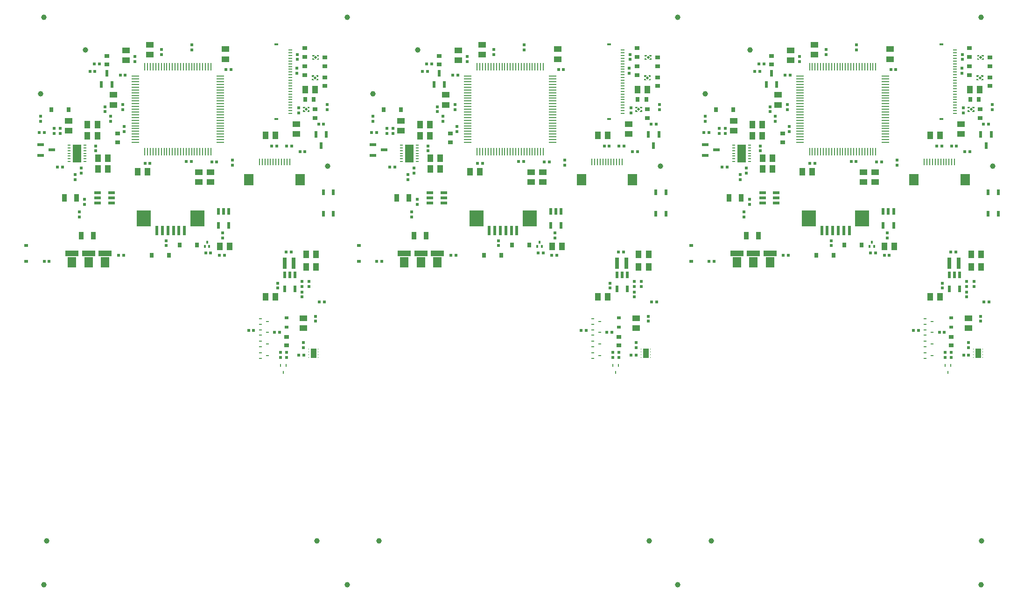
<source format=gtp>
G04 Layer_Color=8421504*
%FSLAX25Y25*%
%MOIN*%
G70*
G01*
G75*
%ADD11C,0.03937*%
%ADD47R,0.00394X0.00394*%
%ADD100R,0.01969X0.01929*%
%ADD101R,0.02756X0.01969*%
%ADD102R,0.01969X0.04134*%
%ADD103R,0.02756X0.00787*%
%ADD104R,0.02756X0.01181*%
%ADD105R,0.09843X0.11417*%
%ADD106R,0.01969X0.06693*%
%ADD107R,0.02953X0.08268*%
%ADD108R,0.04567X0.02126*%
%ADD109R,0.02126X0.04567*%
%ADD110R,0.02756X0.02362*%
%ADD111R,0.01968X0.05118*%
%ADD112R,0.03150X0.03347*%
%ADD113R,0.06693X0.08267*%
%ADD114R,0.00787X0.04724*%
%ADD115R,0.03858X0.05197*%
%ADD116R,0.05197X0.03858*%
%ADD117R,0.03268X0.03110*%
%ADD118R,0.03110X0.03268*%
%ADD119R,0.01929X0.01969*%
%ADD120R,0.00315X0.00512*%
G04:AMPARAMS|DCode=121|XSize=66.93mil|YSize=37mil|CornerRadius=0mil|HoleSize=0mil|Usage=FLASHONLY|Rotation=270.000|XOffset=0mil|YOffset=0mil|HoleType=Round|Shape=RoundedRectangle|*
%AMROUNDEDRECTD121*
21,1,0.06693,0.03700,0,0,270.0*
21,1,0.06693,0.03700,0,0,270.0*
1,1,0.00000,-0.01850,-0.03347*
1,1,0.00000,-0.01850,0.03347*
1,1,0.00000,0.01850,0.03347*
1,1,0.00000,0.01850,-0.03347*
%
%ADD121ROUNDEDRECTD121*%
%ADD122R,0.02362X0.00590*%
%ADD123R,0.06299X0.12598*%
%ADD124R,0.04921X0.02126*%
%ADD125R,0.02126X0.04921*%
%ADD126R,0.06496X0.07795*%
%ADD127R,0.09252X0.04330*%
%ADD128R,0.03543X0.05512*%
%ADD129R,0.01969X0.01024*%
%ADD130R,0.01024X0.01969*%
%ADD131R,0.00706X0.05406*%
%ADD132R,0.05406X0.00706*%
%ADD133R,0.01575X0.01968*%
%ADD134R,0.01181X0.01968*%
%ADD135P,0.02338X4X90.0*%
G36*
X690964Y389331D02*
X689992D01*
X689390Y389933D01*
Y390393D01*
X690964D01*
Y389331D01*
D02*
G37*
G36*
X687775Y389933D02*
X687174Y389331D01*
X686201D01*
Y390393D01*
X687775D01*
Y389933D01*
D02*
G37*
G36*
X453563Y389331D02*
X452590D01*
X451989Y389933D01*
Y390393D01*
X453563D01*
Y389331D01*
D02*
G37*
G36*
X450374Y389933D02*
X449773Y389331D01*
X448800D01*
Y390393D01*
X450374D01*
Y389933D01*
D02*
G37*
G36*
X216161Y389331D02*
X215189D01*
X214587Y389933D01*
Y390393D01*
X216161D01*
Y389331D01*
D02*
G37*
G36*
X212972Y389933D02*
X212371Y389331D01*
X211398D01*
Y390393D01*
X212972D01*
Y389933D01*
D02*
G37*
G36*
X690964Y386772D02*
X689390D01*
Y387233D01*
X689992Y387834D01*
X690964D01*
Y386772D01*
D02*
G37*
G36*
X687775Y387233D02*
Y386772D01*
X686201D01*
Y387834D01*
X687174D01*
X687775Y387233D01*
D02*
G37*
G36*
X453563Y386772D02*
X451989D01*
Y387233D01*
X452590Y387834D01*
X453563D01*
Y386772D01*
D02*
G37*
G36*
X450374Y387233D02*
Y386772D01*
X448800D01*
Y387834D01*
X449773D01*
X450374Y387233D01*
D02*
G37*
G36*
X216161Y386772D02*
X214587D01*
Y387233D01*
X215189Y387834D01*
X216161D01*
Y386772D01*
D02*
G37*
G36*
X212972Y387233D02*
Y386772D01*
X211398D01*
Y387834D01*
X212371D01*
X212972Y387233D01*
D02*
G37*
G36*
X690571Y374764D02*
X689598D01*
X688997Y375366D01*
Y375826D01*
X690571D01*
Y374764D01*
D02*
G37*
G36*
X687382Y375366D02*
X686780Y374764D01*
X685808D01*
Y375826D01*
X687382D01*
Y375366D01*
D02*
G37*
G36*
X453169Y374764D02*
X452197D01*
X451595Y375366D01*
Y375826D01*
X453169D01*
Y374764D01*
D02*
G37*
G36*
X449980Y375366D02*
X449379Y374764D01*
X448406D01*
Y375826D01*
X449980D01*
Y375366D01*
D02*
G37*
G36*
X215768Y374764D02*
X214795D01*
X214194Y375366D01*
Y375826D01*
X215768D01*
Y374764D01*
D02*
G37*
G36*
X212579Y375366D02*
X211977Y374764D01*
X211005D01*
Y375826D01*
X212579D01*
Y375366D01*
D02*
G37*
G36*
X690571Y372205D02*
X688997D01*
Y372666D01*
X689598Y373267D01*
X690571D01*
Y372205D01*
D02*
G37*
G36*
X687382Y372666D02*
Y372205D01*
X685808D01*
Y373267D01*
X686780D01*
X687382Y372666D01*
D02*
G37*
G36*
X453169Y372205D02*
X451595D01*
Y372666D01*
X452197Y373267D01*
X453169D01*
Y372205D01*
D02*
G37*
G36*
X449980Y372666D02*
Y372205D01*
X448406D01*
Y373267D01*
X449379D01*
X449980Y372666D01*
D02*
G37*
G36*
X215768Y372205D02*
X214194D01*
Y372666D01*
X214795Y373267D01*
X215768D01*
Y372205D01*
D02*
G37*
G36*
X212579Y372666D02*
Y372205D01*
X211005D01*
Y373267D01*
X211977D01*
X212579Y372666D01*
D02*
G37*
G36*
X684271Y352323D02*
X683299D01*
X682697Y352925D01*
Y353385D01*
X684271D01*
Y352323D01*
D02*
G37*
G36*
X681082Y352925D02*
X680481Y352323D01*
X679508D01*
Y353385D01*
X681082D01*
Y352925D01*
D02*
G37*
G36*
X446870Y352323D02*
X445897D01*
X445296Y352925D01*
Y353385D01*
X446870D01*
Y352323D01*
D02*
G37*
G36*
X443681Y352925D02*
X443080Y352323D01*
X442107D01*
Y353385D01*
X443681D01*
Y352925D01*
D02*
G37*
G36*
X209469Y352323D02*
X208496D01*
X207894Y352925D01*
Y353385D01*
X209469D01*
Y352323D01*
D02*
G37*
G36*
X206279Y352925D02*
X205678Y352323D01*
X204706D01*
Y353385D01*
X206279D01*
Y352925D01*
D02*
G37*
G36*
X684271Y349764D02*
X682697D01*
Y350225D01*
X683299Y350826D01*
X684271D01*
Y349764D01*
D02*
G37*
G36*
X681082Y350225D02*
Y349764D01*
X679508D01*
Y350826D01*
X680481D01*
X681082Y350225D01*
D02*
G37*
G36*
X446870Y349764D02*
X445296D01*
Y350225D01*
X445897Y350826D01*
X446870D01*
Y349764D01*
D02*
G37*
G36*
X443681Y350225D02*
Y349764D01*
X442107D01*
Y350826D01*
X443080D01*
X443681Y350225D01*
D02*
G37*
G36*
X209469Y349764D02*
X207894D01*
Y350225D01*
X208496Y350826D01*
X209469D01*
Y349764D01*
D02*
G37*
G36*
X206279Y350225D02*
Y349764D01*
X204706D01*
Y350826D01*
X205678D01*
X206279Y350225D01*
D02*
G37*
D11*
X472441Y11811D02*
D03*
X236221D02*
D03*
Y417323D02*
D03*
X472441D02*
D03*
X688976D02*
D03*
X19685D02*
D03*
Y11811D02*
D03*
X688976D02*
D03*
X222441Y311024D02*
D03*
X21654Y43307D02*
D03*
X49213Y394094D02*
D03*
X214567Y43307D02*
D03*
X17323Y362598D02*
D03*
X459843Y311024D02*
D03*
X259055Y43307D02*
D03*
X286614Y394094D02*
D03*
X451969Y43307D02*
D03*
X254725Y362598D02*
D03*
X697244Y311024D02*
D03*
X496457Y43307D02*
D03*
X524016Y394094D02*
D03*
X689370Y43307D02*
D03*
X492126Y362598D02*
D03*
D47*
X214980Y375296D02*
D03*
Y372736D02*
D03*
X211792D02*
D03*
Y375296D02*
D03*
X205493Y352855D02*
D03*
Y350295D02*
D03*
X208681D02*
D03*
Y352855D02*
D03*
X215374Y389863D02*
D03*
Y387303D02*
D03*
X212186D02*
D03*
Y389863D02*
D03*
X452382Y375296D02*
D03*
Y372736D02*
D03*
X449194D02*
D03*
Y375296D02*
D03*
X442895Y352855D02*
D03*
Y350295D02*
D03*
X446082D02*
D03*
Y352855D02*
D03*
X452775Y389863D02*
D03*
Y387303D02*
D03*
X449587D02*
D03*
Y389863D02*
D03*
X689783Y375296D02*
D03*
Y372736D02*
D03*
X686595D02*
D03*
Y375296D02*
D03*
X680296Y352855D02*
D03*
Y350295D02*
D03*
X683484D02*
D03*
Y352855D02*
D03*
X690177Y389863D02*
D03*
Y387303D02*
D03*
X686989D02*
D03*
Y389863D02*
D03*
D100*
X17323Y346673D02*
D03*
X17323Y343091D02*
D03*
X200394Y377343D02*
D03*
X200394Y380925D02*
D03*
X200788Y387185D02*
D03*
X200788Y390768D02*
D03*
X186615Y223799D02*
D03*
X186615Y227382D02*
D03*
X48819Y287224D02*
D03*
X48819Y283642D02*
D03*
X56693Y321831D02*
D03*
X56693Y325413D02*
D03*
X209055Y224980D02*
D03*
X209055Y228563D02*
D03*
X27166Y338012D02*
D03*
X27166Y334429D02*
D03*
X84646Y385610D02*
D03*
X84646Y389193D02*
D03*
X67323Y346673D02*
D03*
X67323Y343091D02*
D03*
X77166Y335610D02*
D03*
X77166Y339193D02*
D03*
X201575Y352579D02*
D03*
X201575Y348996D02*
D03*
X107087Y257697D02*
D03*
X107087Y254114D02*
D03*
X205118Y181280D02*
D03*
X205118Y184862D02*
D03*
X75985Y354941D02*
D03*
X75985Y351358D02*
D03*
X203937Y228563D02*
D03*
X203937Y224980D02*
D03*
X203937Y217500D02*
D03*
X203937Y221083D02*
D03*
X103544Y394311D02*
D03*
X103544Y390728D02*
D03*
X44882Y274587D02*
D03*
X44882Y278169D02*
D03*
X42126Y304941D02*
D03*
X42126Y301358D02*
D03*
X147245Y263209D02*
D03*
X147245Y259626D02*
D03*
X31496Y334429D02*
D03*
X31496Y338012D02*
D03*
X46457Y309665D02*
D03*
X46457Y306083D02*
D03*
X63386Y349783D02*
D03*
X63386Y353366D02*
D03*
X192914Y174193D02*
D03*
X192914Y177776D02*
D03*
X213780Y200177D02*
D03*
X213780Y203760D02*
D03*
X154331Y315177D02*
D03*
X154331Y311595D02*
D03*
X188583Y177776D02*
D03*
X188583Y174193D02*
D03*
X125197Y397461D02*
D03*
X125197Y393878D02*
D03*
X222048Y354941D02*
D03*
X222048Y351358D02*
D03*
X254725Y346673D02*
D03*
X254725Y343091D02*
D03*
X437796Y377343D02*
D03*
X437796Y380925D02*
D03*
X438189Y387185D02*
D03*
X438189Y390768D02*
D03*
X424016Y223799D02*
D03*
X424016Y227382D02*
D03*
X286221Y287224D02*
D03*
X286221Y283642D02*
D03*
X294095Y321831D02*
D03*
X294095Y325413D02*
D03*
X446457Y224980D02*
D03*
X446457Y228563D02*
D03*
X264567Y338012D02*
D03*
X264567Y334429D02*
D03*
X322048Y385610D02*
D03*
X322048Y389193D02*
D03*
X304725Y346673D02*
D03*
X304725Y343091D02*
D03*
X314567Y335610D02*
D03*
X314567Y339193D02*
D03*
X438977Y352579D02*
D03*
X438977Y348996D02*
D03*
X344489Y257697D02*
D03*
X344489Y254114D02*
D03*
X442520Y181280D02*
D03*
X442520Y184862D02*
D03*
X313386Y354941D02*
D03*
X313386Y351358D02*
D03*
X441339Y228563D02*
D03*
X441339Y224980D02*
D03*
X441339Y217500D02*
D03*
X441339Y221083D02*
D03*
X340945Y394311D02*
D03*
X340945Y390728D02*
D03*
X282284Y274587D02*
D03*
X282284Y278169D02*
D03*
X279528Y304941D02*
D03*
X279528Y301358D02*
D03*
X384646Y263209D02*
D03*
X384646Y259626D02*
D03*
X268898Y334429D02*
D03*
X268898Y338012D02*
D03*
X283859Y309665D02*
D03*
X283859Y306083D02*
D03*
X300788Y349783D02*
D03*
X300788Y353366D02*
D03*
X430315Y174193D02*
D03*
X430315Y177776D02*
D03*
X451181Y200177D02*
D03*
X451181Y203760D02*
D03*
X391733Y315177D02*
D03*
X391733Y311595D02*
D03*
X425985Y177776D02*
D03*
X425985Y174193D02*
D03*
X362599Y397461D02*
D03*
X362599Y393878D02*
D03*
X459449Y354941D02*
D03*
X459449Y351358D02*
D03*
X492126Y346673D02*
D03*
X492126Y343091D02*
D03*
X675197Y377343D02*
D03*
X675197Y380925D02*
D03*
X675591Y387185D02*
D03*
X675591Y390768D02*
D03*
X661418Y223799D02*
D03*
X661418Y227382D02*
D03*
X523622Y287224D02*
D03*
X523622Y283642D02*
D03*
X531496Y321831D02*
D03*
X531496Y325413D02*
D03*
X683858Y224980D02*
D03*
X683858Y228563D02*
D03*
X501969Y338012D02*
D03*
X501969Y334429D02*
D03*
X559449Y385610D02*
D03*
X559449Y389193D02*
D03*
X542126Y346673D02*
D03*
X542126Y343091D02*
D03*
X551969Y335610D02*
D03*
X551969Y339193D02*
D03*
X676378Y352579D02*
D03*
X676378Y348996D02*
D03*
X581890Y257697D02*
D03*
X581890Y254114D02*
D03*
X679921Y181280D02*
D03*
X679921Y184862D02*
D03*
X550788Y354941D02*
D03*
X550788Y351358D02*
D03*
X678740Y228563D02*
D03*
X678740Y224980D02*
D03*
X678740Y217500D02*
D03*
X678740Y221083D02*
D03*
X578347Y394311D02*
D03*
X578347Y390728D02*
D03*
X519685Y274587D02*
D03*
X519685Y278169D02*
D03*
X516929Y304941D02*
D03*
X516929Y301358D02*
D03*
X622048Y263209D02*
D03*
X622048Y259626D02*
D03*
X506299Y334429D02*
D03*
X506299Y338012D02*
D03*
X521260Y309665D02*
D03*
X521260Y306083D02*
D03*
X538189Y349783D02*
D03*
X538189Y353366D02*
D03*
X667717Y174193D02*
D03*
X667717Y177776D02*
D03*
X688583Y200177D02*
D03*
X688583Y203760D02*
D03*
X629134Y315177D02*
D03*
X629134Y311595D02*
D03*
X663386Y177776D02*
D03*
X663386Y174193D02*
D03*
X600000Y397461D02*
D03*
X600000Y393878D02*
D03*
X696851Y354941D02*
D03*
X696851Y351358D02*
D03*
D101*
X192914Y202559D02*
D03*
Y195866D02*
D03*
X430315Y202559D02*
D03*
Y195866D02*
D03*
X667717Y202559D02*
D03*
Y195866D02*
D03*
D102*
X226457Y276870D02*
D03*
X219370D02*
D03*
Y292421D02*
D03*
X226457D02*
D03*
X463859Y276870D02*
D03*
X456772D02*
D03*
Y292421D02*
D03*
X463859D02*
D03*
X701260Y276870D02*
D03*
X694173D02*
D03*
Y292421D02*
D03*
X701260D02*
D03*
D103*
X195670Y372244D02*
D03*
Y374213D02*
D03*
Y376181D02*
D03*
Y378150D02*
D03*
Y380118D02*
D03*
Y382087D02*
D03*
Y384055D02*
D03*
Y386024D02*
D03*
Y387992D02*
D03*
Y389961D02*
D03*
Y391929D02*
D03*
Y393898D02*
D03*
Y370276D02*
D03*
Y368307D02*
D03*
Y366339D02*
D03*
Y364370D02*
D03*
Y362402D02*
D03*
Y360433D02*
D03*
Y358465D02*
D03*
Y356496D02*
D03*
Y354528D02*
D03*
Y352559D02*
D03*
Y350590D02*
D03*
Y348622D02*
D03*
X433071Y372244D02*
D03*
Y374213D02*
D03*
Y376181D02*
D03*
Y378150D02*
D03*
Y380118D02*
D03*
Y382087D02*
D03*
Y384055D02*
D03*
Y386024D02*
D03*
Y387992D02*
D03*
Y389961D02*
D03*
Y391929D02*
D03*
Y393898D02*
D03*
Y370276D02*
D03*
Y368307D02*
D03*
Y366339D02*
D03*
Y364370D02*
D03*
Y362402D02*
D03*
Y360433D02*
D03*
Y358465D02*
D03*
Y356496D02*
D03*
Y354528D02*
D03*
Y352559D02*
D03*
Y350590D02*
D03*
Y348622D02*
D03*
X670473Y372244D02*
D03*
Y374213D02*
D03*
Y376181D02*
D03*
Y378150D02*
D03*
Y380118D02*
D03*
Y382087D02*
D03*
Y384055D02*
D03*
Y386024D02*
D03*
Y387992D02*
D03*
Y389961D02*
D03*
Y391929D02*
D03*
Y393898D02*
D03*
Y370276D02*
D03*
Y368307D02*
D03*
Y366339D02*
D03*
Y364370D02*
D03*
Y362402D02*
D03*
Y360433D02*
D03*
Y358465D02*
D03*
Y356496D02*
D03*
Y354528D02*
D03*
Y352559D02*
D03*
Y350590D02*
D03*
Y348622D02*
D03*
D104*
X185827Y397835D02*
D03*
Y344685D02*
D03*
X423229Y397835D02*
D03*
Y344685D02*
D03*
X660630Y397835D02*
D03*
Y344685D02*
D03*
D105*
X91142Y273504D02*
D03*
X129331D02*
D03*
X328544D02*
D03*
X366733D02*
D03*
X565945D02*
D03*
X604134D02*
D03*
D106*
X120080Y264961D02*
D03*
X116143D02*
D03*
X112206D02*
D03*
X108269D02*
D03*
X104332D02*
D03*
X100395D02*
D03*
X357481D02*
D03*
X353544D02*
D03*
X349607D02*
D03*
X345670D02*
D03*
X341733D02*
D03*
X337796D02*
D03*
X594883D02*
D03*
X590946D02*
D03*
X587009D02*
D03*
X583072D02*
D03*
X579135D02*
D03*
X575198D02*
D03*
D107*
X191634Y241732D02*
D03*
X198130D02*
D03*
X429036D02*
D03*
X435532D02*
D03*
X666437D02*
D03*
X672933D02*
D03*
D108*
X58052Y284449D02*
D03*
Y291929D02*
D03*
X67933D02*
D03*
Y288189D02*
D03*
Y284449D02*
D03*
X58052Y288189D02*
D03*
X295453Y284449D02*
D03*
Y291929D02*
D03*
X305335D02*
D03*
Y288189D02*
D03*
Y284449D02*
D03*
X295453Y288189D02*
D03*
X532855Y284449D02*
D03*
Y291929D02*
D03*
X542736D02*
D03*
Y288189D02*
D03*
Y284449D02*
D03*
X532855Y288189D02*
D03*
D109*
X199016Y223406D02*
D03*
X191535D02*
D03*
Y233288D02*
D03*
X195276D02*
D03*
X199016D02*
D03*
X436417Y223406D02*
D03*
X428937D02*
D03*
Y233288D02*
D03*
X432677D02*
D03*
X436417D02*
D03*
X673819Y223406D02*
D03*
X666338D02*
D03*
Y233288D02*
D03*
X670079D02*
D03*
X673819D02*
D03*
D110*
X7135Y242913D02*
D03*
Y254331D02*
D03*
X244536Y242913D02*
D03*
Y254331D02*
D03*
X481938Y242913D02*
D03*
Y254331D02*
D03*
D111*
X151772Y278543D02*
D03*
X148032D02*
D03*
X144292D02*
D03*
Y268701D02*
D03*
X151772D02*
D03*
X389173Y278543D02*
D03*
X385433D02*
D03*
X381693D02*
D03*
Y268701D02*
D03*
X389173D02*
D03*
X626575Y278543D02*
D03*
X622835D02*
D03*
X619095D02*
D03*
Y268701D02*
D03*
X626575D02*
D03*
D112*
X24903Y351182D02*
D03*
X37304D02*
D03*
X108956Y247243D02*
D03*
X96555D02*
D03*
X116635Y254725D02*
D03*
X129036D02*
D03*
X262304Y351182D02*
D03*
X274706D02*
D03*
X346358Y247243D02*
D03*
X333956D02*
D03*
X354036Y254725D02*
D03*
X366438D02*
D03*
X499706Y351182D02*
D03*
X512107D02*
D03*
X583759Y247243D02*
D03*
X571358D02*
D03*
X591438Y254725D02*
D03*
X603839D02*
D03*
D113*
X202756Y301181D02*
D03*
X166142D02*
D03*
X440158D02*
D03*
X403544D02*
D03*
X677559D02*
D03*
X640945D02*
D03*
D114*
X195276Y313976D02*
D03*
X193307D02*
D03*
X191339D02*
D03*
X189370D02*
D03*
X187402D02*
D03*
X185433D02*
D03*
X183465D02*
D03*
X181496D02*
D03*
X179528D02*
D03*
X177559D02*
D03*
X175591D02*
D03*
X173622D02*
D03*
X432678D02*
D03*
X430709D02*
D03*
X428741D02*
D03*
X426772D02*
D03*
X424804D02*
D03*
X422835D02*
D03*
X420867D02*
D03*
X418898D02*
D03*
X416930D02*
D03*
X414961D02*
D03*
X412993D02*
D03*
X411024D02*
D03*
X670079D02*
D03*
X668110D02*
D03*
X666142D02*
D03*
X664173D02*
D03*
X662205D02*
D03*
X660236D02*
D03*
X658268D02*
D03*
X656299D02*
D03*
X654331D02*
D03*
X652362D02*
D03*
X650394D02*
D03*
X648425D02*
D03*
D115*
X58288Y309055D02*
D03*
X65335Y309055D02*
D03*
X185020Y217717D02*
D03*
X177973Y217717D02*
D03*
X207107Y248031D02*
D03*
X214154Y248031D02*
D03*
X207107Y238976D02*
D03*
X214154Y238976D02*
D03*
X58288Y316535D02*
D03*
X65335Y316535D02*
D03*
X93682Y307087D02*
D03*
X86634Y307087D02*
D03*
X206319Y365748D02*
D03*
X213367Y365748D02*
D03*
X50807Y332677D02*
D03*
X57855Y332677D02*
D03*
X145296Y253543D02*
D03*
X152343Y253543D02*
D03*
X50807Y340551D02*
D03*
X57855Y340551D02*
D03*
X185020Y333071D02*
D03*
X177973Y333071D02*
D03*
X295689Y309055D02*
D03*
X302736Y309055D02*
D03*
X422422Y217717D02*
D03*
X415374Y217717D02*
D03*
X444508Y248031D02*
D03*
X451555Y248031D02*
D03*
X444508Y238976D02*
D03*
X451555Y238976D02*
D03*
X295689Y316535D02*
D03*
X302736Y316535D02*
D03*
X331083Y307087D02*
D03*
X324036Y307087D02*
D03*
X443721Y365748D02*
D03*
X450768Y365748D02*
D03*
X288209Y332677D02*
D03*
X295256Y332677D02*
D03*
X382697Y253543D02*
D03*
X389744Y253543D02*
D03*
X288209Y340551D02*
D03*
X295256Y340551D02*
D03*
X422422Y333071D02*
D03*
X415374Y333071D02*
D03*
X533091Y309055D02*
D03*
X540138Y309055D02*
D03*
X659823Y217717D02*
D03*
X652776Y217717D02*
D03*
X681910Y248031D02*
D03*
X688957Y248031D02*
D03*
X681910Y238976D02*
D03*
X688957Y238976D02*
D03*
X533091Y316535D02*
D03*
X540138Y316535D02*
D03*
X568484Y307087D02*
D03*
X561437Y307087D02*
D03*
X681122Y365748D02*
D03*
X688170Y365748D02*
D03*
X525610Y332677D02*
D03*
X532658Y332677D02*
D03*
X620099Y253543D02*
D03*
X627146Y253543D02*
D03*
X525610Y340551D02*
D03*
X532658Y340551D02*
D03*
X659823Y333071D02*
D03*
X652776Y333071D02*
D03*
D116*
X205118Y202343D02*
D03*
X205118Y195295D02*
D03*
X95276Y390571D02*
D03*
X95276Y397618D02*
D03*
X130315Y306673D02*
D03*
X130315Y299626D02*
D03*
X138583Y306673D02*
D03*
X138583Y299626D02*
D03*
X149213Y387421D02*
D03*
X149213Y394468D02*
D03*
X78347Y386634D02*
D03*
X78347Y393681D02*
D03*
X37402Y336240D02*
D03*
X37402Y343287D02*
D03*
X200000Y333878D02*
D03*
X200000Y340925D02*
D03*
X69292Y354744D02*
D03*
X69292Y361791D02*
D03*
X442520Y202343D02*
D03*
X442520Y195295D02*
D03*
X332678Y390571D02*
D03*
X332678Y397618D02*
D03*
X367717Y306673D02*
D03*
X367717Y299626D02*
D03*
X375985Y306673D02*
D03*
X375985Y299626D02*
D03*
X386614Y387421D02*
D03*
X386614Y394468D02*
D03*
X315748Y386634D02*
D03*
X315748Y393681D02*
D03*
X274803Y336240D02*
D03*
X274803Y343287D02*
D03*
X437402Y333878D02*
D03*
X437402Y340925D02*
D03*
X306693Y354744D02*
D03*
X306693Y361791D02*
D03*
X679921Y202343D02*
D03*
X679921Y195295D02*
D03*
X570079Y390571D02*
D03*
X570079Y397618D02*
D03*
X605118Y306673D02*
D03*
X605118Y299626D02*
D03*
X613386Y306673D02*
D03*
X613386Y299626D02*
D03*
X624016Y387421D02*
D03*
X624016Y394468D02*
D03*
X553150Y386634D02*
D03*
X553150Y393681D02*
D03*
X512205Y336240D02*
D03*
X512205Y343287D02*
D03*
X674803Y333878D02*
D03*
X674803Y340925D02*
D03*
X544095Y354744D02*
D03*
X544095Y361791D02*
D03*
D117*
X64567Y383583D02*
D03*
X64567Y389646D02*
D03*
X72441Y334134D02*
D03*
X72441Y328071D02*
D03*
X192914Y188858D02*
D03*
X192914Y182795D02*
D03*
X220473Y374291D02*
D03*
X220473Y368228D02*
D03*
X205906Y376102D02*
D03*
X205906Y382165D02*
D03*
X213386Y351457D02*
D03*
X213386Y345394D02*
D03*
X220473Y388465D02*
D03*
X220473Y382402D02*
D03*
X205906Y389094D02*
D03*
X205906Y395158D02*
D03*
X301969Y383583D02*
D03*
X301969Y389646D02*
D03*
X309843Y334134D02*
D03*
X309843Y328071D02*
D03*
X430315Y188858D02*
D03*
X430315Y182795D02*
D03*
X457874Y374291D02*
D03*
X457874Y368228D02*
D03*
X443307Y376102D02*
D03*
X443307Y382165D02*
D03*
X450788Y351457D02*
D03*
X450788Y345394D02*
D03*
X457874Y388465D02*
D03*
X457874Y382402D02*
D03*
X443307Y389094D02*
D03*
X443307Y395158D02*
D03*
X539370Y383583D02*
D03*
X539370Y389646D02*
D03*
X547244Y334134D02*
D03*
X547244Y328071D02*
D03*
X667717Y188858D02*
D03*
X667717Y182795D02*
D03*
X695276Y374291D02*
D03*
X695276Y368228D02*
D03*
X680709Y376102D02*
D03*
X680709Y382165D02*
D03*
X688189Y351457D02*
D03*
X688189Y345394D02*
D03*
X695276Y388465D02*
D03*
X695276Y382402D02*
D03*
X680709Y389094D02*
D03*
X680709Y395158D02*
D03*
D118*
X206418Y358661D02*
D03*
X212481Y358661D02*
D03*
X443819Y358661D02*
D03*
X449882Y358661D02*
D03*
X681221Y358661D02*
D03*
X687284Y358661D02*
D03*
D119*
X196280Y249606D02*
D03*
X192697Y249606D02*
D03*
X95493Y312992D02*
D03*
X91910Y312992D02*
D03*
X139548Y313779D02*
D03*
X143130Y313779D02*
D03*
X149784Y379921D02*
D03*
X153366Y379921D02*
D03*
X193091Y325197D02*
D03*
X196674Y325197D02*
D03*
X145059Y247244D02*
D03*
X148642Y247244D02*
D03*
X186044Y325197D02*
D03*
X182461Y325197D02*
D03*
X76595Y247244D02*
D03*
X73012Y247244D02*
D03*
X216319Y213779D02*
D03*
X219902Y213779D02*
D03*
X59272Y383858D02*
D03*
X55689Y383858D02*
D03*
X52540Y378740D02*
D03*
X56122Y378740D02*
D03*
X138800Y248819D02*
D03*
X135217Y248819D02*
D03*
X23445Y242913D02*
D03*
X19863Y242913D02*
D03*
X29311Y310236D02*
D03*
X32894Y310236D02*
D03*
X16319Y335039D02*
D03*
X19902Y335039D02*
D03*
X202540Y321260D02*
D03*
X206122Y321260D02*
D03*
X215926Y340945D02*
D03*
X219508Y340945D02*
D03*
X184430Y192126D02*
D03*
X188012Y192126D02*
D03*
X205335Y175984D02*
D03*
X201752Y175984D02*
D03*
X169508Y193701D02*
D03*
X165926Y193701D02*
D03*
X77776Y375984D02*
D03*
X74193Y375984D02*
D03*
X125020Y314173D02*
D03*
X121437Y314173D02*
D03*
X433681Y249606D02*
D03*
X430099Y249606D02*
D03*
X332894Y312992D02*
D03*
X329311Y312992D02*
D03*
X376949Y313779D02*
D03*
X380532Y313779D02*
D03*
X387185Y379921D02*
D03*
X390768Y379921D02*
D03*
X430492Y325197D02*
D03*
X434075Y325197D02*
D03*
X382461Y247244D02*
D03*
X386044Y247244D02*
D03*
X423445Y325197D02*
D03*
X419863Y325197D02*
D03*
X313996Y247244D02*
D03*
X310414Y247244D02*
D03*
X453721Y213779D02*
D03*
X457303Y213779D02*
D03*
X296673Y383858D02*
D03*
X293091Y383858D02*
D03*
X289941Y378740D02*
D03*
X293524Y378740D02*
D03*
X376201Y248819D02*
D03*
X372618Y248819D02*
D03*
X260847Y242913D02*
D03*
X257264Y242913D02*
D03*
X266713Y310236D02*
D03*
X270296Y310236D02*
D03*
X253721Y335039D02*
D03*
X257304Y335039D02*
D03*
X439941Y321260D02*
D03*
X443524Y321260D02*
D03*
X453327Y340945D02*
D03*
X456910Y340945D02*
D03*
X421831Y192126D02*
D03*
X425414Y192126D02*
D03*
X442736Y175984D02*
D03*
X439154Y175984D02*
D03*
X406910Y193701D02*
D03*
X403327Y193701D02*
D03*
X315177Y375984D02*
D03*
X311595Y375984D02*
D03*
X362422Y314173D02*
D03*
X358839Y314173D02*
D03*
X671083Y249606D02*
D03*
X667500Y249606D02*
D03*
X570295Y312992D02*
D03*
X566713Y312992D02*
D03*
X614351Y313779D02*
D03*
X617933Y313779D02*
D03*
X624587Y379921D02*
D03*
X628170Y379921D02*
D03*
X667894Y325197D02*
D03*
X671477Y325197D02*
D03*
X619863Y247244D02*
D03*
X623445Y247244D02*
D03*
X660847Y325197D02*
D03*
X657264Y325197D02*
D03*
X551398Y247244D02*
D03*
X547815Y247244D02*
D03*
X691122Y213779D02*
D03*
X694705Y213779D02*
D03*
X534075Y383858D02*
D03*
X530492Y383858D02*
D03*
X527343Y378740D02*
D03*
X530926Y378740D02*
D03*
X613603Y248819D02*
D03*
X610020Y248819D02*
D03*
X498248Y242913D02*
D03*
X494666Y242913D02*
D03*
X504114Y310236D02*
D03*
X507697Y310236D02*
D03*
X491122Y335039D02*
D03*
X494705Y335039D02*
D03*
X677343Y321260D02*
D03*
X680926Y321260D02*
D03*
X690729Y340945D02*
D03*
X694311Y340945D02*
D03*
X659233Y192126D02*
D03*
X662815Y192126D02*
D03*
X680138Y175984D02*
D03*
X676555Y175984D02*
D03*
X644311Y193701D02*
D03*
X640729Y193701D02*
D03*
X552579Y375984D02*
D03*
X548996Y375984D02*
D03*
X599823Y314173D02*
D03*
X596240Y314173D02*
D03*
D120*
X208859Y180118D02*
D03*
Y178149D02*
D03*
Y176181D02*
D03*
Y174212D02*
D03*
X215551D02*
D03*
Y176181D02*
D03*
Y178149D02*
D03*
Y180118D02*
D03*
X446261D02*
D03*
Y178149D02*
D03*
Y176181D02*
D03*
Y174212D02*
D03*
X452953D02*
D03*
Y176181D02*
D03*
Y178149D02*
D03*
Y180118D02*
D03*
X683662D02*
D03*
Y178149D02*
D03*
Y176181D02*
D03*
Y174212D02*
D03*
X690354D02*
D03*
Y176181D02*
D03*
Y178149D02*
D03*
Y180118D02*
D03*
D121*
X212205Y177165D02*
D03*
X449607D02*
D03*
X687008D02*
D03*
D122*
X37598Y320079D02*
D03*
Y322048D02*
D03*
Y324016D02*
D03*
Y325985D02*
D03*
Y318110D02*
D03*
Y316142D02*
D03*
Y314173D02*
D03*
X49016D02*
D03*
Y316142D02*
D03*
Y318110D02*
D03*
Y320079D02*
D03*
Y322048D02*
D03*
Y324016D02*
D03*
Y325985D02*
D03*
X275000Y320079D02*
D03*
Y322048D02*
D03*
Y324016D02*
D03*
Y325985D02*
D03*
Y318110D02*
D03*
Y316142D02*
D03*
Y314173D02*
D03*
X286418D02*
D03*
Y316142D02*
D03*
Y318110D02*
D03*
Y320079D02*
D03*
Y322048D02*
D03*
Y324016D02*
D03*
Y325985D02*
D03*
X512401Y320079D02*
D03*
Y322048D02*
D03*
Y324016D02*
D03*
Y325985D02*
D03*
Y318110D02*
D03*
Y316142D02*
D03*
Y314173D02*
D03*
X523819D02*
D03*
Y316142D02*
D03*
Y318110D02*
D03*
Y320079D02*
D03*
Y322048D02*
D03*
Y324016D02*
D03*
Y325985D02*
D03*
D123*
X43308Y320079D02*
D03*
X280709D02*
D03*
X518111D02*
D03*
D124*
X17225Y318701D02*
D03*
Y326181D02*
D03*
X25296Y322441D02*
D03*
X254626Y318701D02*
D03*
Y326181D02*
D03*
X262697Y322441D02*
D03*
X492028Y318701D02*
D03*
Y326181D02*
D03*
X500099Y322441D02*
D03*
D125*
X68308Y369193D02*
D03*
X60827D02*
D03*
X64567Y377264D02*
D03*
X213977Y333563D02*
D03*
X221457D02*
D03*
X217717Y325492D02*
D03*
X305709Y369193D02*
D03*
X298229D02*
D03*
X301969Y377264D02*
D03*
X451378Y333563D02*
D03*
X458859D02*
D03*
X455118Y325492D02*
D03*
X543111Y369193D02*
D03*
X535630D02*
D03*
X539370Y377264D02*
D03*
X688780Y333563D02*
D03*
X696260D02*
D03*
X692520Y325492D02*
D03*
D126*
X63386Y242126D02*
D03*
X51575D02*
D03*
X39764D02*
D03*
X300787D02*
D03*
X288976D02*
D03*
X277165D02*
D03*
X538189D02*
D03*
X526378D02*
D03*
X514567D02*
D03*
D127*
X63386Y248582D02*
D03*
X51575D02*
D03*
X39764D02*
D03*
X300787D02*
D03*
X288976D02*
D03*
X277165D02*
D03*
X538189D02*
D03*
X526378D02*
D03*
X514567D02*
D03*
D128*
X42914Y288189D02*
D03*
X34252D02*
D03*
X55119Y261417D02*
D03*
X46457D02*
D03*
X280316Y288189D02*
D03*
X271654D02*
D03*
X292520Y261417D02*
D03*
X283858D02*
D03*
X517717Y288189D02*
D03*
X509055D02*
D03*
X529922Y261417D02*
D03*
X521260D02*
D03*
D129*
X179331Y183858D02*
D03*
X174213Y181889D02*
D03*
Y185827D02*
D03*
X179331Y192126D02*
D03*
X174213Y190157D02*
D03*
Y194095D02*
D03*
X179331Y175591D02*
D03*
X174213Y173622D02*
D03*
Y177560D02*
D03*
X179331Y200000D02*
D03*
X174213Y198031D02*
D03*
Y201969D02*
D03*
X416733Y183858D02*
D03*
X411615Y181889D02*
D03*
Y185827D02*
D03*
X416733Y192126D02*
D03*
X411615Y190157D02*
D03*
Y194095D02*
D03*
X416733Y175591D02*
D03*
X411615Y173622D02*
D03*
Y177560D02*
D03*
X416733Y200000D02*
D03*
X411615Y198031D02*
D03*
Y201969D02*
D03*
X654134Y183858D02*
D03*
X649016Y181889D02*
D03*
Y185827D02*
D03*
X654134Y192126D02*
D03*
X649016Y190157D02*
D03*
Y194095D02*
D03*
X654134Y175591D02*
D03*
X649016Y173622D02*
D03*
Y177560D02*
D03*
X654134Y200000D02*
D03*
X649016Y198031D02*
D03*
Y201969D02*
D03*
D130*
X190552Y163583D02*
D03*
X188583Y168701D02*
D03*
X192521D02*
D03*
X427953Y163583D02*
D03*
X425984Y168701D02*
D03*
X429922D02*
D03*
X665355Y163583D02*
D03*
X663386Y168701D02*
D03*
X667324D02*
D03*
D131*
X91733Y381975D02*
D03*
X93701D02*
D03*
X95670D02*
D03*
X97638D02*
D03*
X99607D02*
D03*
X101575D02*
D03*
X103544D02*
D03*
X105512D02*
D03*
X107481D02*
D03*
X109449D02*
D03*
X111418D02*
D03*
X113386D02*
D03*
X115355D02*
D03*
X117324D02*
D03*
X119292D02*
D03*
X121261D02*
D03*
X123229D02*
D03*
X125198D02*
D03*
X127166D02*
D03*
X129135D02*
D03*
X131103D02*
D03*
X133072D02*
D03*
X135040D02*
D03*
X137009D02*
D03*
X138977D02*
D03*
Y321175D02*
D03*
X137009D02*
D03*
X135040D02*
D03*
X133072D02*
D03*
X131103D02*
D03*
X129135D02*
D03*
X127166D02*
D03*
X125198D02*
D03*
X123229D02*
D03*
X121261D02*
D03*
X119292D02*
D03*
X117324D02*
D03*
X115355D02*
D03*
X113386D02*
D03*
X111418D02*
D03*
X109449D02*
D03*
X107481D02*
D03*
X105512D02*
D03*
X103544D02*
D03*
X101575D02*
D03*
X99607D02*
D03*
X97638D02*
D03*
X95670D02*
D03*
X93701D02*
D03*
X91733D02*
D03*
X329134Y381975D02*
D03*
X331102D02*
D03*
X333071D02*
D03*
X335039D02*
D03*
X337008D02*
D03*
X338976D02*
D03*
X340945D02*
D03*
X342913D02*
D03*
X344882D02*
D03*
X346850D02*
D03*
X348819D02*
D03*
X350787D02*
D03*
X352756D02*
D03*
X354725D02*
D03*
X356693D02*
D03*
X358662D02*
D03*
X360630D02*
D03*
X362599D02*
D03*
X364567D02*
D03*
X366536D02*
D03*
X368504D02*
D03*
X370473D02*
D03*
X372441D02*
D03*
X374410D02*
D03*
X376378D02*
D03*
Y321175D02*
D03*
X374410D02*
D03*
X372441D02*
D03*
X370473D02*
D03*
X368504D02*
D03*
X366536D02*
D03*
X364567D02*
D03*
X362599D02*
D03*
X360630D02*
D03*
X358662D02*
D03*
X356693D02*
D03*
X354725D02*
D03*
X352756D02*
D03*
X350787D02*
D03*
X348819D02*
D03*
X346850D02*
D03*
X344882D02*
D03*
X342913D02*
D03*
X340945D02*
D03*
X338976D02*
D03*
X337008D02*
D03*
X335039D02*
D03*
X333071D02*
D03*
X331102D02*
D03*
X329134D02*
D03*
X566536Y381975D02*
D03*
X568504D02*
D03*
X570473D02*
D03*
X572441D02*
D03*
X574410D02*
D03*
X576378D02*
D03*
X578347D02*
D03*
X580315D02*
D03*
X582284D02*
D03*
X584252D02*
D03*
X586221D02*
D03*
X588189D02*
D03*
X590158D02*
D03*
X592127D02*
D03*
X594095D02*
D03*
X596064D02*
D03*
X598032D02*
D03*
X600001D02*
D03*
X601969D02*
D03*
X603938D02*
D03*
X605906D02*
D03*
X607875D02*
D03*
X609843D02*
D03*
X611812D02*
D03*
X613780D02*
D03*
Y321175D02*
D03*
X611812D02*
D03*
X609843D02*
D03*
X607875D02*
D03*
X605906D02*
D03*
X603938D02*
D03*
X601969D02*
D03*
X600001D02*
D03*
X598032D02*
D03*
X596064D02*
D03*
X594095D02*
D03*
X592127D02*
D03*
X590158D02*
D03*
X588189D02*
D03*
X586221D02*
D03*
X584252D02*
D03*
X582284D02*
D03*
X580315D02*
D03*
X578347D02*
D03*
X576378D02*
D03*
X574410D02*
D03*
X572441D02*
D03*
X570473D02*
D03*
X568504D02*
D03*
X566536D02*
D03*
D132*
X145755Y375197D02*
D03*
Y373229D02*
D03*
Y371260D02*
D03*
Y369292D02*
D03*
Y367323D02*
D03*
Y365355D02*
D03*
Y363386D02*
D03*
Y361418D02*
D03*
Y359449D02*
D03*
Y357481D02*
D03*
Y355512D02*
D03*
Y353544D02*
D03*
Y351575D02*
D03*
Y349606D02*
D03*
Y347638D02*
D03*
Y345669D02*
D03*
Y343701D02*
D03*
Y341732D02*
D03*
Y339764D02*
D03*
Y337795D02*
D03*
Y335827D02*
D03*
Y333858D02*
D03*
Y331890D02*
D03*
Y329921D02*
D03*
Y327953D02*
D03*
X84955D02*
D03*
Y329921D02*
D03*
Y331890D02*
D03*
Y333858D02*
D03*
Y335827D02*
D03*
Y337795D02*
D03*
Y339764D02*
D03*
Y341732D02*
D03*
Y343701D02*
D03*
Y345669D02*
D03*
Y347638D02*
D03*
Y349606D02*
D03*
Y351575D02*
D03*
Y353544D02*
D03*
Y355512D02*
D03*
Y357481D02*
D03*
Y359449D02*
D03*
Y361418D02*
D03*
Y363386D02*
D03*
Y365355D02*
D03*
Y367323D02*
D03*
Y369292D02*
D03*
Y371260D02*
D03*
Y373229D02*
D03*
Y375197D02*
D03*
X383156D02*
D03*
Y373229D02*
D03*
Y371260D02*
D03*
Y369292D02*
D03*
Y367323D02*
D03*
Y365355D02*
D03*
Y363386D02*
D03*
Y361418D02*
D03*
Y359449D02*
D03*
Y357481D02*
D03*
Y355512D02*
D03*
Y353544D02*
D03*
Y351575D02*
D03*
Y349606D02*
D03*
Y347638D02*
D03*
Y345669D02*
D03*
Y343701D02*
D03*
Y341732D02*
D03*
Y339764D02*
D03*
Y337795D02*
D03*
Y335827D02*
D03*
Y333858D02*
D03*
Y331890D02*
D03*
Y329921D02*
D03*
Y327953D02*
D03*
X322356D02*
D03*
Y329921D02*
D03*
Y331890D02*
D03*
Y333858D02*
D03*
Y335827D02*
D03*
Y337795D02*
D03*
Y339764D02*
D03*
Y341732D02*
D03*
Y343701D02*
D03*
Y345669D02*
D03*
Y347638D02*
D03*
Y349606D02*
D03*
Y351575D02*
D03*
Y353544D02*
D03*
Y355512D02*
D03*
Y357481D02*
D03*
Y359449D02*
D03*
Y361418D02*
D03*
Y363386D02*
D03*
Y365355D02*
D03*
Y367323D02*
D03*
Y369292D02*
D03*
Y371260D02*
D03*
Y373229D02*
D03*
Y375197D02*
D03*
X620558D02*
D03*
Y373229D02*
D03*
Y371260D02*
D03*
Y369292D02*
D03*
Y367323D02*
D03*
Y365355D02*
D03*
Y363386D02*
D03*
Y361418D02*
D03*
Y359449D02*
D03*
Y357481D02*
D03*
Y355512D02*
D03*
Y353544D02*
D03*
Y351575D02*
D03*
Y349606D02*
D03*
Y347638D02*
D03*
Y345669D02*
D03*
Y343701D02*
D03*
Y341732D02*
D03*
Y339764D02*
D03*
Y337795D02*
D03*
Y335827D02*
D03*
Y333858D02*
D03*
Y331890D02*
D03*
Y329921D02*
D03*
Y327953D02*
D03*
X559758D02*
D03*
Y329921D02*
D03*
Y331890D02*
D03*
Y333858D02*
D03*
Y335827D02*
D03*
Y337795D02*
D03*
Y339764D02*
D03*
Y341732D02*
D03*
Y343701D02*
D03*
Y345669D02*
D03*
Y347638D02*
D03*
Y349606D02*
D03*
Y351575D02*
D03*
Y353544D02*
D03*
Y355512D02*
D03*
Y357481D02*
D03*
Y359449D02*
D03*
Y361418D02*
D03*
Y363386D02*
D03*
Y365355D02*
D03*
Y367323D02*
D03*
Y369292D02*
D03*
Y371260D02*
D03*
Y373229D02*
D03*
Y375197D02*
D03*
D133*
X136221Y256693D02*
D03*
X373622D02*
D03*
X611024D02*
D03*
D134*
X137796Y253543D02*
D03*
X134646D02*
D03*
X375197D02*
D03*
X372047D02*
D03*
X612599D02*
D03*
X609449D02*
D03*
D135*
X213386Y374016D02*
D03*
X207087Y351575D02*
D03*
X213780Y388583D02*
D03*
X450788Y374016D02*
D03*
X444488Y351575D02*
D03*
X451181Y388583D02*
D03*
X688189Y374016D02*
D03*
X681890Y351575D02*
D03*
X688583Y388583D02*
D03*
M02*

</source>
